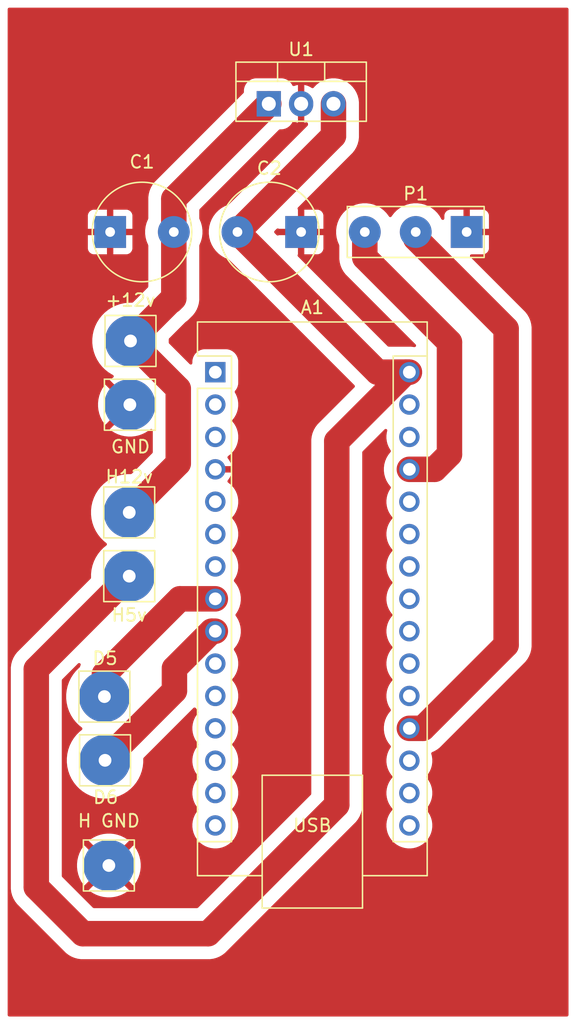
<source format=kicad_pcb>
(kicad_pcb (version 20241229) (generator "pcbnew") (generator_version "9.0")
  (layers (0 "F.Cu" signal) (2 "B.Cu" signal) (13 "F.Paste" user) (15 "B.Paste" user) (5 "F.SilkS" user "F.Silkscreen") (7 "B.SilkS" user "B.Silkscreen") (1 "F.Mask" user) (3 "B.Mask" user) (25 "Edge.Cuts" user))
  (net 0 "")
  (net 9 "Net-(A1-VIN)")
  (net 19 "Net-(A1-D5)")
  (net 23 "Net-(A1-+5V)")
  (net 25 "Net-(A1-D6)")
  (net 26 "Net-(A1-A0)")
  (net 29 "GND")
  (net 31 "Net-(U1-IN)")
  (footprint "Module:Arduino_Nano" (layer "F.Cu") (at 144.76 99.35)
    (property "Reference" "A1" (at 7.62 -5.08 0) (layer "F.SilkS"))
    (property "Value" "Arduino_Nano_v3.x")
    (fp_line (start -1.4 -3.94) (end -1.4 -1.27) (stroke (width 0.12)) (layer "F.SilkS"))
    (fp_line (start -1.4 1.27) (end -1.4 39.5) (stroke (width 0.12)) (layer "F.SilkS"))
    (fp_line (start -1.4 39.5) (end 3.68 39.5) (stroke (width 0.12)) (layer "F.SilkS"))
    (fp_line (start 1.27 -1.27) (end -1.4 -1.27) (stroke (width 0.12)) (layer "F.SilkS"))
    (fp_line (start 1.27 1.27) (end -1.4 1.27) (stroke (width 0.12)) (layer "F.SilkS"))
    (fp_line (start 1.27 1.27) (end 1.27 -1.27) (stroke (width 0.12)) (layer "F.SilkS"))
    (fp_line (start 1.27 1.27) (end 1.27 36.83) (stroke (width 0.12)) (layer "F.SilkS"))
    (fp_line (start 1.27 36.83) (end -1.4 36.83) (stroke (width 0.12)) (layer "F.SilkS"))
    (fp_line (start 3.68 31.62) (end 11.56 31.62) (stroke (width 0.12)) (layer "F.SilkS"))
    (fp_line (start 3.68 42.04) (end 3.68 31.62) (stroke (width 0.12)) (layer "F.SilkS"))
    (fp_line (start 11.56 31.62) (end 11.56 42.04) (stroke (width 0.12)) (layer "F.SilkS"))
    (fp_line (start 11.56 42.04) (end 3.68 42.04) (stroke (width 0.12)) (layer "F.SilkS"))
    (fp_line (start 13.97 -1.27) (end 13.97 36.83) (stroke (width 0.12)) (layer "F.SilkS"))
    (fp_line (start 13.97 -1.27) (end 16.64 -1.27) (stroke (width 0.12)) (layer "F.SilkS"))
    (fp_line (start 13.97 36.83) (end 16.64 36.83) (stroke (width 0.12)) (layer "F.SilkS"))
    (fp_line (start 16.64 -3.94) (end -1.4 -3.94) (stroke (width 0.12)) (layer "F.SilkS"))
    (fp_line (start 16.64 39.5) (end 11.56 39.5) (stroke (width 0.12)) (layer "F.SilkS"))
    (fp_line (start 16.64 39.5) (end 16.64 -3.94) (stroke (width 0.12)) (layer "F.SilkS"))
    (fp_text user "USB" (at 7.62 35.56 0) (layer "F.SilkS"))
    (pad "1" thru_hole rect (at 0 0) (size 1.6 1.6) (drill 1) (layers "*.Cu" "*.Mask"))
    (pad "2" thru_hole oval (at 0 2.54) (size 1.6 1.6) (drill 1) (layers "*.Cu" "*.Mask"))
    (pad "3" thru_hole oval (at 0 5.08) (size 1.6 1.6) (drill 1) (layers "*.Cu" "*.Mask"))
    (pad "4" thru_hole oval (at 0 7.62) (size 1.6 1.6) (drill 1) (layers "*.Cu" "*.Mask") (net 29 "GND"))
    (pad "5" thru_hole oval (at 0 10.16) (size 1.6 1.6) (drill 1) (layers "*.Cu" "*.Mask"))
    (pad "6" thru_hole oval (at 0 12.7) (size 1.6 1.6) (drill 1) (layers "*.Cu" "*.Mask"))
    (pad "7" thru_hole oval (at 0 15.24) (size 1.6 1.6) (drill 1) (layers "*.Cu" "*.Mask"))
    (pad "8" thru_hole oval (at 0 17.78) (size 1.6 1.6) (drill 1) (layers "*.Cu" "*.Mask") (net 19 "Net-(A1-D5)"))
    (pad "9" thru_hole oval (at 0 20.32) (size 1.6 1.6) (drill 1) (layers "*.Cu" "*.Mask") (net 25 "Net-(A1-D6)"))
    (pad "10" thru_hole oval (at 0 22.86) (size 1.6 1.6) (drill 1) (layers "*.Cu" "*.Mask"))
    (pad "11" thru_hole oval (at 0 25.4) (size 1.6 1.6) (drill 1) (layers "*.Cu" "*.Mask"))
    (pad "12" thru_hole oval (at 0 27.94) (size 1.6 1.6) (drill 1) (layers "*.Cu" "*.Mask"))
    (pad "13" thru_hole oval (at 0 30.48) (size 1.6 1.6) (drill 1) (layers "*.Cu" "*.Mask"))
    (pad "14" thru_hole oval (at 0 33.02) (size 1.6 1.6) (drill 1) (layers "*.Cu" "*.Mask"))
    (pad "15" thru_hole oval (at 0 35.56) (size 1.6 1.6) (drill 1) (layers "*.Cu" "*.Mask"))
    (pad "16" thru_hole oval (at 15.24 35.56) (size 1.6 1.6) (drill 1) (layers "*.Cu" "*.Mask"))
    (pad "17" thru_hole oval (at 15.24 33.02) (size 1.6 1.6) (drill 1) (layers "*.Cu" "*.Mask"))
    (pad "18" thru_hole oval (at 15.24 30.48) (size 1.6 1.6) (drill 1) (layers "*.Cu" "*.Mask"))
    (pad "19" thru_hole oval (at 15.24 27.94) (size 1.6 1.6) (drill 1) (layers "*.Cu" "*.Mask") (net 26 "Net-(A1-A0)"))
    (pad "20" thru_hole oval (at 15.24 25.4) (size 1.6 1.6) (drill 1) (layers "*.Cu" "*.Mask"))
    (pad "21" thru_hole oval (at 15.24 22.86) (size 1.6 1.6) (drill 1) (layers "*.Cu" "*.Mask"))
    (pad "22" thru_hole oval (at 15.24 20.32) (size 1.6 1.6) (drill 1) (layers "*.Cu" "*.Mask"))
    (pad "23" thru_hole oval (at 15.24 17.78) (size 1.6 1.6) (drill 1) (layers "*.Cu" "*.Mask"))
    (pad "24" thru_hole oval (at 15.24 15.24) (size 1.6 1.6) (drill 1) (layers "*.Cu" "*.Mask"))
    (pad "25" thru_hole oval (at 15.24 12.7) (size 1.6 1.6) (drill 1) (layers "*.Cu" "*.Mask"))
    (pad "26" thru_hole oval (at 15.24 10.16) (size 1.6 1.6) (drill 1) (layers "*.Cu" "*.Mask"))
    (pad "27" thru_hole oval (at 15.24 7.62) (size 1.6 1.6) (drill 1) (layers "*.Cu" "*.Mask") (net 23 "Net-(A1-+5V)"))
    (pad "28" thru_hole oval (at 15.24 5.08) (size 1.6 1.6) (drill 1) (layers "*.Cu" "*.Mask"))
    (pad "29" thru_hole oval (at 15.24 2.54) (size 1.6 1.6) (drill 1) (layers "*.Cu" "*.Mask"))
    (pad "30" thru_hole oval (at 15.24 0) (size 1.6 1.6) (drill 1) (layers "*.Cu" "*.Mask") (net 9 "Net-(A1-VIN)"))
  )
  (footprint "Pedals:Potentiometer" (layer "F.Cu") (at 160.5 88.35)
    (property "Reference" "P1" (at 0 -3 0) (layer "F.SilkS"))
    (property "Value" "speed" (hide yes))
    (fp_rect (start -5.375 -2) (end 5.375 2) (stroke (width 0.12)) (fill no) (layer "F.SilkS"))
    (pad "1" thru_hole circle (at -4 0) (size 2.5 2.5) (drill 0.762) (layers "*.Cu" "*.Mask") (net 23 "Net-(A1-+5V)"))
    (pad "2" thru_hole circle (at 0 0) (size 2.5 2.5) (drill 0.762) (layers "*.Cu" "*.Mask") (net 26 "Net-(A1-A0)"))
    (pad "3" thru_hole rect (at 4 0) (size 2.5 2.5) (drill 0.762) (layers "*.Cu" "*.Mask") (net 29 "GND"))
  )
  (footprint "Package_TO_SOT_THT:TO-220-3_Vertical" (layer "F.Cu") (at 148.96 78.295)
    (property "Reference" "U1" (at 2.54 -4.27 0) (layer "F.SilkS"))
    (property "Value" "L7805")
    (fp_line (start -2.58 -3.27) (end -2.58 1.371) (stroke (width 0.12)) (layer "F.SilkS"))
    (fp_line (start -2.58 -3.27) (end 7.66 -3.27) (stroke (width 0.12)) (layer "F.SilkS"))
    (fp_line (start -2.58 -1.76) (end 7.66 -1.76) (stroke (width 0.12)) (layer "F.SilkS"))
    (fp_line (start -2.58 1.371) (end 7.66 1.371) (stroke (width 0.12)) (layer "F.SilkS"))
    (fp_line (start 0.69 -3.27) (end 0.69 -1.76) (stroke (width 0.12)) (layer "F.SilkS"))
    (fp_line (start 4.391 -3.27) (end 4.391 -1.76) (stroke (width 0.12)) (layer "F.SilkS"))
    (fp_line (start 7.66 -3.27) (end 7.66 1.371) (stroke (width 0.12)) (layer "F.SilkS"))
    (pad "1" thru_hole rect (at 0 0) (size 1.905 2) (drill 1.1) (layers "*.Cu" "*.Mask") (net 31 "Net-(U1-IN)"))
    (pad "2" thru_hole oval (at 2.54 0) (size 1.905 2) (drill 1.1) (layers "*.Cu" "*.Mask") (net 29 "GND"))
    (pad "3" thru_hole oval (at 5.08 0) (size 1.905 2) (drill 1.1) (layers "*.Cu" "*.Mask") (net 9 "Net-(A1-VIN)"))
  )
  (footprint "Pedals:Borne" (layer "F.Cu") (at 138 115.35)
    (property "Reference" "H5v" (at 0 3.05 0) (layer "F.SilkS"))
    (property "Value" "H 5v" (hide yes))
    (fp_rect (start -2 -2) (end 2 2) (stroke (width 0.12)) (fill no) (layer "F.SilkS"))
    (pad "1" thru_hole circle (at 0 0) (size 4 4) (drill 1) (layers "*.Cu" "*.Mask") (net 9 "Net-(A1-VIN)"))
  )
  (footprint "Pedals:Borne" (layer "F.Cu") (at 138.1 96.9)
    (property "Reference" "+12v" (at 0 -3.2 0) (layer "F.SilkS"))
    (property "Value" "Power 12v" (hide yes))
    (fp_rect (start -2 -2) (end 2 2) (stroke (width 0.12)) (fill no) (layer "F.SilkS"))
    (pad "1" thru_hole circle (at 0 0) (size 4 4) (drill 1) (layers "*.Cu" "*.Mask") (net 31 "Net-(U1-IN)"))
  )
  (footprint "Pedals:Capacitor Polarized" (layer "F.Cu") (at 149 88.35)
    (property "Reference" "C2" (at 0 -5 0) (layer "F.SilkS"))
    (property "Value" "220uf" (hide yes))
    (fp_circle (center 0 0) (end 3 -2.5) (stroke (width 0.12)) (fill no) (layer "F.SilkS"))
    (pad "1" thru_hole circle (at -2.5 0) (size 2.5 2.5) (drill 0.762) (layers "*.Cu" "*.Mask") (net 9 "Net-(A1-VIN)"))
    (pad "2" thru_hole rect (at 2.5 0) (size 2.5 2.5) (drill 0.762) (layers "*.Cu" "*.Mask") (net 29 "GND"))
  )
  (footprint "Pedals:Borne" (layer "F.Cu") (at 136.4 138.05)
    (property "Reference" "H GND" (at 0 -3.5 0) (layer "F.SilkS"))
    (property "Value" "H GND" (hide yes))
    (fp_rect (start -2 -2) (end 2 2) (stroke (width 0.12)) (fill no) (layer "F.SilkS"))
    (pad "1" thru_hole circle (at 0 0) (size 4 4) (drill 1) (layers "*.Cu" "*.Mask") (net 29 "GND"))
  )
  (footprint "Pedals:Borne" (layer "F.Cu") (at 136.1 129.8)
    (property "Reference" "D6" (at 0.05 2.9 0) (layer "F.SilkS"))
    (property "Value" "D6" (hide yes))
    (fp_rect (start -2 -2) (end 2 2) (stroke (width 0.12)) (fill no) (layer "F.SilkS"))
    (pad "1" thru_hole circle (at 0 0) (size 4 4) (drill 1) (layers "*.Cu" "*.Mask") (net 25 "Net-(A1-D6)"))
  )
  (footprint "Pedals:Borne" (layer "F.Cu") (at 136.05 124.8)
    (property "Reference" "D5" (at 0.05 -3 0) (layer "F.SilkS"))
    (property "Value" "D5" (hide yes))
    (fp_rect (start -2 -2) (end 2 2) (stroke (width 0.12)) (fill no) (layer "F.SilkS"))
    (pad "1" thru_hole circle (at 0 0) (size 4 4) (drill 1) (layers "*.Cu" "*.Mask") (net 19 "Net-(A1-D5)"))
  )
  (footprint "Pedals:Capacitor Polarized" (layer "F.Cu") (at 139 88.35 180)
    (property "Reference" "C1" (at 0 5.5 0) (layer "F.SilkS"))
    (property "Value" "470uf" (hide yes))
    (fp_circle (center 0 0) (end 3 -2.5) (stroke (width 0.12)) (fill no) (layer "F.SilkS"))
    (pad "1" thru_hole circle (at -2.5 0 180) (size 2.5 2.5) (drill 0.762) (layers "*.Cu" "*.Mask") (net 31 "Net-(U1-IN)"))
    (pad "2" thru_hole rect (at 2.5 0 180) (size 2.5 2.5) (drill 0.762) (layers "*.Cu" "*.Mask") (net 29 "GND"))
  )
  (footprint "Pedals:Borne" (layer "F.Cu") (at 138 110.35)
    (property "Reference" "H12v" (at 0 -2.8 0) (layer "F.SilkS"))
    (property "Value" "H 12v" (hide yes))
    (fp_rect (start -2 -2) (end 2 2) (stroke (width 0.12)) (fill no) (layer "F.SilkS"))
    (pad "1" thru_hole circle (at 0 0) (size 4 4) (drill 1) (layers "*.Cu" "*.Mask") (net 31 "Net-(U1-IN)"))
  )
  (footprint "Pedals:Borne" (layer "F.Cu") (at 138.05 101.9)
    (property "Reference" "GND" (at 0.05 3.3 0) (layer "F.SilkS"))
    (property "Value" "Power GND" (hide yes))
    (fp_rect (start -2 -2) (end 2 2) (stroke (width 0.12)) (fill no) (layer "F.SilkS"))
    (pad "1" thru_hole circle (at 0 0) (size 4 4) (drill 1) (layers "*.Cu" "*.Mask") (net 29 "GND"))
  )
  (segment (start 160 99.35) (end 159.710158 99.35) (width 2) (layer "F.Cu") (net 9))
  (segment (start 130.7 139.75) (end 130.7 122.65) (width 2) (layer "F.Cu") (net 9))
  (segment (start 144.2 143.4) (end 134.35 143.4) (width 2) (layer "F.Cu") (net 9))
  (segment (start 158.86863 99.35) (end 160 99.35) (width 2) (layer "F.Cu") (net 9))
  (segment (start 154.299 104.761158) (end 154.299 133.301) (width 2) (layer "F.Cu") (net 9))
  (segment (start 159.710158 99.35) (end 154.299 104.761158) (width 2) (layer "F.Cu") (net 9))
  (segment (start 157.5 99.35) (end 160 99.35) (width 2) (layer "F.Cu") (net 9))
  (segment (start 130.7 122.65) (end 138 115.35) (width 2) (layer "F.Cu") (net 9))
  (segment (start 134.35 143.4) (end 130.7 139.75) (width 2) (layer "F.Cu") (net 9))
  (segment (start 146.5 88.35) (end 157.5 99.35) (width 2) (layer "F.Cu") (net 9))
  (segment (start 154.04 78.295) (end 154.04 80.81) (width 2) (layer "F.Cu") (net 9))
  (segment (start 154.04 80.81) (end 146.5 88.35) (width 2) (layer "F.Cu") (net 9))
  (segment (start 154.299 133.301) (end 144.2 143.4) (width 2) (layer "F.Cu") (net 9))
  (segment (start 136.05 123.05) (end 141.97 117.13) (width 2) (layer "F.Cu") (net 19))
  (segment (start 141.97 117.13) (end 144.76 117.13) (width 2) (layer "F.Cu") (net 19))
  (segment (start 136.05 124.8) (end 136.05 123.05) (width 2) (layer "F.Cu") (net 19))
  (segment (start 156.5 88.35) (end 156.5 90.35) (width 2) (layer "F.Cu") (net 23))
  (segment (start 161.98 106.97) (end 160 106.97) (width 2) (layer "F.Cu") (net 23))
  (segment (start 156.5 90.35) (end 163.15 97) (width 2) (layer "F.Cu") (net 23))
  (segment (start 163.15 97) (end 163.15 105.8) (width 2) (layer "F.Cu") (net 23))
  (segment (start 163.15 105.8) (end 161.98 106.97) (width 2) (layer "F.Cu") (net 23))
  (segment (start 144.470158 119.67) (end 144.76 119.67) (width 2) (layer "F.Cu") (net 25))
  (segment (start 141.55 124.35) (end 141.55 122.590158) (width 2) (layer "F.Cu") (net 25))
  (segment (start 141.55 122.590158) (end 144.470158 119.67) (width 2) (layer "F.Cu") (net 25))
  (segment (start 136.1 129.8) (end 141.55 124.35) (width 2) (layer "F.Cu") (net 25))
  (segment (start 160.5 88.85) (end 167.6 95.95) (width 2) (layer "F.Cu") (net 26))
  (segment (start 167.6 95.95) (end 167.6 120.75) (width 2) (layer "F.Cu") (net 26))
  (segment (start 167.6 120.75) (end 161.06 127.29) (width 2) (layer "F.Cu") (net 26))
  (segment (start 160.5 88.35) (end 160.5 88.85) (width 2) (layer "F.Cu") (net 26))
  (segment (start 161.06 127.29) (end 160 127.29) (width 2) (layer "F.Cu") (net 26))
  (segment (start 138 110.35) (end 141.85 106.5) (width 2) (layer "F.Cu") (net 31))
  (segment (start 141.25 93.75) (end 141.3 93.75) (width 2) (layer "F.Cu") (net 31))
  (segment (start 141.5 85.755) (end 148.96 78.295) (width 2) (layer "F.Cu") (net 31))
  (segment (start 141.85 100.65) (end 138.1 96.9) (width 2) (layer "F.Cu") (net 31))
  (segment (start 138.1 96.9) (end 141.25 93.75) (width 2) (layer "F.Cu") (net 31))
  (segment (start 141.5 93.55) (end 141.5 88.35) (width 2) (layer "F.Cu") (net 31))
  (segment (start 141.85 106.5) (end 141.85 100.65) (width 2) (layer "F.Cu") (net 31))
  (segment (start 141.5 88.35) (end 141.5 85.755) (width 2) (layer "F.Cu") (net 31))
  (segment (start 141.3 93.75) (end 141.5 93.55) (width 2) (layer "F.Cu") (net 31))
  (zone (net 29) (net_name "GND") (layer "F.Cu") (connect_pads (clearance 1)) (min_thickness 0.25) (fill yes (thermal_gap 0.5) (thermal_bridge_width 0.5))
    (polygon (pts (xy 127.9 70.15) (xy 127.9 150.45) (xy 173.05 150.45) (xy 173.05 70.2)))
  )
)
</source>
